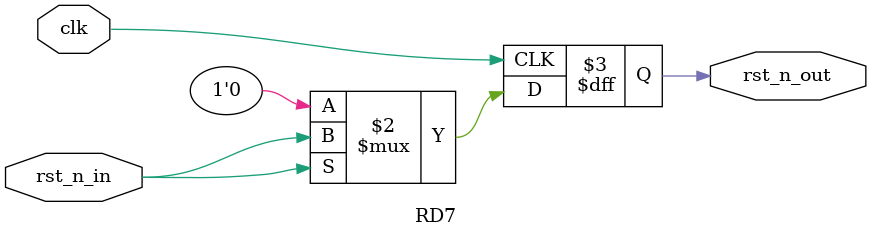
<source format=sv>
module RD7(
  input clk,
  input rst_n_in,
  output reg rst_n_out
);
  
  // Applying backward register retiming
  // - Moving registers closer to input to balance paths
  // - Eliminating intermediate registers through retiming
  
  always @(posedge clk)
    rst_n_out <= rst_n_in ? rst_n_in : 1'b0;
  
endmodule
</source>
